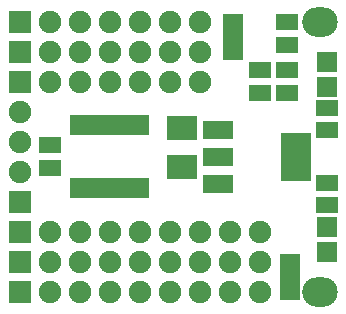
<source format=gts>
G04 (created by PCBNEW-RS274X (2012-01-19 BZR 3256)-stable) date 1/5/2013 5:07:44 PM*
G01*
G70*
G90*
%MOIN*%
G04 Gerber Fmt 3.4, Leading zero omitted, Abs format*
%FSLAX34Y34*%
G04 APERTURE LIST*
%ADD10C,0.006000*%
%ADD11R,0.100000X0.164000*%
%ADD12R,0.100000X0.060000*%
%ADD13O,0.118400X0.098700*%
%ADD14R,0.075000X0.075000*%
%ADD15C,0.075000*%
%ADD16R,0.100000X0.080000*%
%ADD17R,0.067200X0.067200*%
%ADD18R,0.070000X0.058000*%
%ADD19R,0.075000X0.055000*%
%ADD20R,0.036000X0.070000*%
G04 APERTURE END LIST*
G54D10*
G54D11*
X36200Y-27500D03*
G54D12*
X33600Y-27500D03*
X33600Y-28400D03*
X33600Y-26600D03*
G54D13*
X37000Y-32000D03*
X37000Y-23000D03*
G54D14*
X27000Y-29000D03*
G54D15*
X27000Y-28000D03*
X27000Y-27000D03*
X27000Y-26000D03*
G54D16*
X32400Y-27850D03*
X32400Y-26550D03*
G54D17*
X37250Y-29837D03*
X37250Y-30663D03*
X37250Y-25163D03*
X37250Y-24337D03*
G54D18*
X36000Y-31000D03*
X36000Y-31500D03*
X36000Y-32000D03*
X34100Y-24000D03*
X34100Y-23500D03*
X34100Y-23000D03*
G54D19*
X35900Y-25375D03*
X35900Y-24625D03*
X37250Y-28375D03*
X37250Y-29125D03*
X37250Y-25875D03*
X37250Y-26625D03*
G54D20*
X28850Y-28550D03*
X29100Y-28550D03*
X29360Y-28550D03*
X29620Y-28550D03*
X29870Y-28550D03*
X30130Y-28550D03*
X30390Y-28550D03*
X30640Y-28550D03*
X30900Y-28550D03*
X31150Y-28550D03*
X31150Y-26450D03*
X30900Y-26450D03*
X30640Y-26450D03*
X30390Y-26450D03*
X30130Y-26450D03*
X29870Y-26450D03*
X29620Y-26450D03*
X29360Y-26450D03*
X29100Y-26450D03*
X28850Y-26450D03*
G54D14*
X27000Y-30000D03*
G54D15*
X28000Y-30000D03*
X29000Y-30000D03*
X30000Y-30000D03*
X31000Y-30000D03*
X32000Y-30000D03*
X33000Y-30000D03*
X34000Y-30000D03*
X35000Y-30000D03*
G54D14*
X27000Y-25000D03*
G54D15*
X28000Y-25000D03*
X29000Y-25000D03*
X30000Y-25000D03*
X31000Y-25000D03*
X32000Y-25000D03*
X33000Y-25000D03*
G54D14*
X27000Y-31000D03*
G54D15*
X28000Y-31000D03*
X29000Y-31000D03*
X30000Y-31000D03*
X31000Y-31000D03*
X32000Y-31000D03*
X33000Y-31000D03*
X34000Y-31000D03*
X35000Y-31000D03*
G54D14*
X27000Y-24000D03*
G54D15*
X28000Y-24000D03*
X29000Y-24000D03*
X30000Y-24000D03*
X31000Y-24000D03*
X32000Y-24000D03*
X33000Y-24000D03*
G54D14*
X27000Y-32000D03*
G54D15*
X28000Y-32000D03*
X29000Y-32000D03*
X30000Y-32000D03*
X31000Y-32000D03*
X32000Y-32000D03*
X33000Y-32000D03*
X34000Y-32000D03*
X35000Y-32000D03*
G54D14*
X27000Y-23000D03*
G54D15*
X28000Y-23000D03*
X29000Y-23000D03*
X30000Y-23000D03*
X31000Y-23000D03*
X32000Y-23000D03*
X33000Y-23000D03*
G54D19*
X28000Y-27875D03*
X28000Y-27125D03*
X35000Y-24625D03*
X35000Y-25375D03*
X35900Y-23775D03*
X35900Y-23025D03*
M02*

</source>
